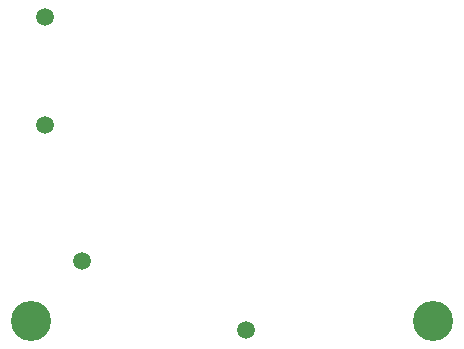
<source format=gbr>
%TF.GenerationSoftware,Altium Limited,Altium Designer,22.10.1 (41)*%
G04 Layer_Color=0*
%FSLAX45Y45*%
%MOMM*%
%TF.SameCoordinates,8F1E8784-786E-41FF-A270-8DB9F9DE2763*%
%TF.FilePolarity,Positive*%
%TF.FileFunction,NonPlated,1,4,NPTH,Drill*%
%TF.Part,Single*%
G01*
G75*
%TA.AperFunction,ComponentDrill*%
%ADD91C,1.50000*%
%ADD92C,1.50000*%
%TA.AperFunction,OtherDrill,Pad Free-3 (3mm,3mm)*%
%ADD93C,3.40000*%
%TA.AperFunction,OtherDrill,Pad Free-3 (37mm,3mm)*%
%ADD94C,3.40000*%
D91*
X2117498Y222500D02*
D03*
X417999Y2867000D02*
D03*
Y1957000D02*
D03*
D92*
X727500Y802500D02*
D03*
D93*
X299999Y299999D02*
D03*
D94*
X3699998D02*
D03*
%TF.MD5,3c9c65e472ec07c6344b5ba537e2549d*%
M02*

</source>
